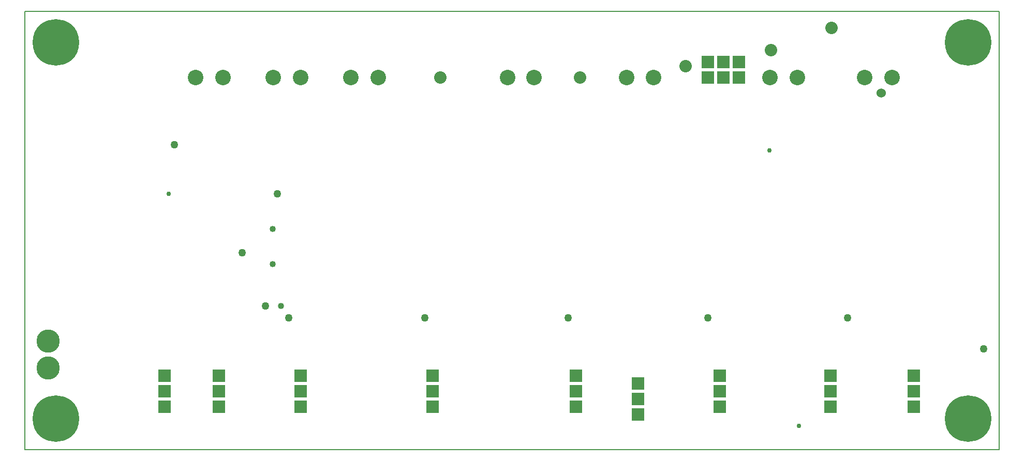
<source format=gbr>
G04 PROTEUS RS274X GERBER FILE*
%FSLAX45Y45*%
%MOMM*%
G01*
%ADD19C,1.016000*%
%ADD70C,2.032000*%
%ADD71C,1.270000*%
%ADD20C,0.762000*%
%ADD21C,1.524000*%
%ADD23C,3.810000*%
%ADD24C,2.540000*%
%ADD25R,2.032000X2.032000*%
%ADD36C,7.620000*%
%ADD41C,0.203200*%
D19*
X-3379970Y-639428D03*
X-3374955Y-1215192D03*
X-3238500Y-1905000D03*
D70*
X-635000Y+1841500D03*
X+1651000Y+1841500D03*
X+3383781Y+2028052D03*
D71*
X-4989352Y+736133D03*
X-3302000Y-63500D03*
X+8255000Y-2603500D03*
X+6032500Y-2095500D03*
X+3746500Y-2095500D03*
X+1460500Y-2095500D03*
X-889000Y-2095500D03*
X-3111500Y-2095500D03*
X-3492500Y-1905000D03*
X-3873500Y-1031366D03*
D20*
X-5080000Y-63500D03*
X+4749800Y+647700D03*
D70*
X+5765800Y+2654300D03*
D21*
X+6578600Y+1587500D03*
D70*
X+4779148Y+2286000D03*
D20*
X+5235080Y-3871250D03*
D23*
X-7048500Y-2476500D03*
X-7048500Y-2921000D03*
D24*
X-2095500Y+1841500D03*
X-1651000Y+1841500D03*
D25*
X-2921000Y-3556000D03*
X-2921000Y-3048000D03*
X-2921000Y-3302000D03*
D24*
X+901700Y+1841500D03*
D25*
X-762000Y-3556000D03*
X-762000Y-3302000D03*
X-762000Y-3048000D03*
X+1587500Y-3302000D03*
X+1587500Y-3556000D03*
X+1587500Y-3048000D03*
D24*
X+2857500Y+1841500D03*
D25*
X+3937000Y-3556000D03*
X+5753100Y-3556000D03*
X+3937000Y-3048000D03*
X+5753100Y-3048000D03*
X+3937000Y-3302000D03*
X+5753100Y-3302000D03*
D24*
X+5207000Y+1841500D03*
X+6756400Y+1841500D03*
D25*
X+7112000Y-3302000D03*
X+7112000Y-3556000D03*
X+7112000Y-3048000D03*
D24*
X+6311900Y+1841500D03*
D25*
X-4254500Y-3556000D03*
D36*
X-6921500Y-3746500D03*
X-6921500Y+2413000D03*
X+8001000Y+2413000D03*
X+8001000Y-3746500D03*
D24*
X-4191000Y+1841500D03*
X-4635500Y+1841500D03*
X-2921000Y+1841500D03*
X-3365500Y+1841500D03*
D25*
X-4254500Y-3048000D03*
X-4254500Y-3302000D03*
X+3746500Y+2095500D03*
X+2603500Y-3175000D03*
X+3746500Y+1841500D03*
X+4000500Y+2095500D03*
X+2603500Y-3429000D03*
X+4000500Y+1841500D03*
X+4254500Y+2095500D03*
X+2603500Y-3683000D03*
X+4254500Y+1841500D03*
X-5143500Y-3048000D03*
X-5143500Y-3302000D03*
X-5143500Y-3556000D03*
D24*
X+469900Y+1841500D03*
X+2413000Y+1841500D03*
X+4762500Y+1841500D03*
D41*
X-7429500Y-4254500D02*
X+8509000Y-4254500D01*
X+8509000Y+2921000D01*
X-7429500Y+2921000D01*
X-7429500Y-4254500D01*
M02*

</source>
